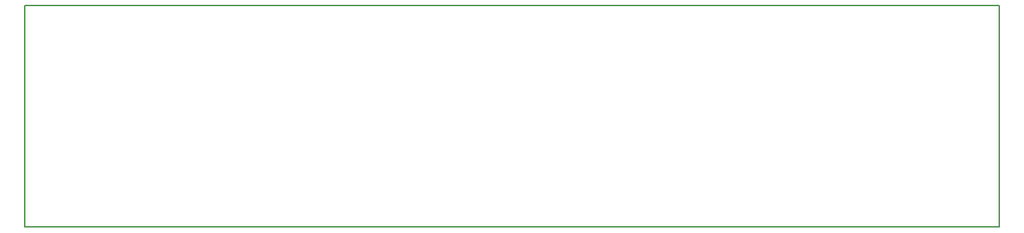
<source format=gm1>
G04 #@! TF.FileFunction,Profile,NP*
%FSLAX46Y46*%
G04 Gerber Fmt 4.6, Leading zero omitted, Abs format (unit mm)*
G04 Created by KiCad (PCBNEW 4.0.2+e4-6225~38~ubuntu16.04.1-stable) date Thu 23 Jun 2016 09:21:40 PM CEST*
%MOMM*%
G01*
G04 APERTURE LIST*
%ADD10C,0.100000*%
%ADD11C,0.150000*%
G04 APERTURE END LIST*
D10*
D11*
X158115000Y-65405000D02*
X67945000Y-65405000D01*
X174625000Y-65405000D02*
X158115000Y-65405000D01*
X187960000Y-65405000D02*
X174625000Y-65405000D01*
X187960000Y-65405000D02*
X187960000Y-38100000D01*
X180340000Y-38100000D02*
X187960000Y-38100000D01*
X81280000Y-38100000D02*
X180340000Y-38100000D01*
X67945000Y-38100000D02*
X67945000Y-38735000D01*
X81280000Y-38100000D02*
X67945000Y-38100000D01*
X67945000Y-65405000D02*
X67945000Y-38735000D01*
M02*

</source>
